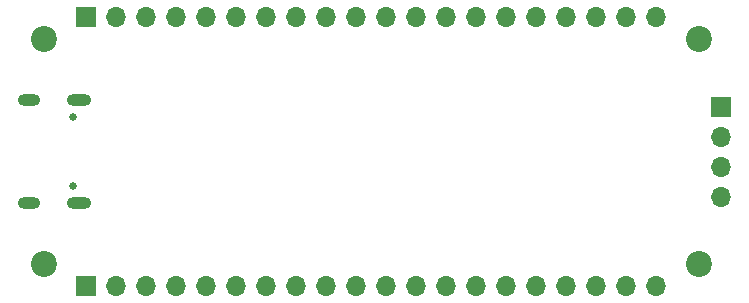
<source format=gbs>
%TF.GenerationSoftware,KiCad,Pcbnew,7.0.10*%
%TF.CreationDate,2024-01-30T20:43:06+08:00*%
%TF.ProjectId,UINIO-MCU-RP2040,55494e49-4f2d-44d4-9355-2d5250323034,Version 1.0.0*%
%TF.SameCoordinates,PX73394ecPY5396ed0*%
%TF.FileFunction,Soldermask,Bot*%
%TF.FilePolarity,Negative*%
%FSLAX46Y46*%
G04 Gerber Fmt 4.6, Leading zero omitted, Abs format (unit mm)*
G04 Created by KiCad (PCBNEW 7.0.10) date 2024-01-30 20:43:06*
%MOMM*%
%LPD*%
G01*
G04 APERTURE LIST*
%ADD10C,0.650000*%
%ADD11O,2.100000X1.000000*%
%ADD12O,1.900000X1.000000*%
%ADD13R,1.700000X1.700000*%
%ADD14O,1.700000X1.700000*%
%ADD15C,2.200000*%
G04 APERTURE END LIST*
D10*
%TO.C,USB1*%
X639000Y-9800000D03*
X639000Y-15580000D03*
D11*
X1139000Y-8365000D03*
X1139000Y-17015000D03*
D12*
X-3061000Y-8365000D03*
X-3061000Y-17015000D03*
%TD*%
D13*
%TO.C,J3*%
X55550000Y-8895000D03*
D14*
X55550000Y-11435000D03*
X55550000Y-13975000D03*
X55550000Y-16515000D03*
%TD*%
D13*
%TO.C,J2*%
X1800000Y-1340000D03*
D14*
X4340000Y-1340000D03*
X6880000Y-1340000D03*
X9420000Y-1340000D03*
X11960000Y-1340000D03*
X14500000Y-1340000D03*
X17040000Y-1340000D03*
X19580000Y-1340000D03*
X22120000Y-1340000D03*
X24660000Y-1340000D03*
X27200000Y-1340000D03*
X29740000Y-1340000D03*
X32280000Y-1340000D03*
X34820000Y-1340000D03*
X37360000Y-1340000D03*
X39900000Y-1340000D03*
X42440000Y-1340000D03*
X44980000Y-1340000D03*
X47520000Y-1340000D03*
X50060000Y-1340000D03*
%TD*%
D15*
%TO.C,HOLE\u002A\u002A*%
X-1780000Y-22230000D03*
%TD*%
%TO.C,HOLE\u002A\u002A*%
X-1780000Y-3160000D03*
%TD*%
%TO.C,HOLE\u002A\u002A*%
X53630000Y-3160000D03*
%TD*%
D13*
%TO.C,J1*%
X1800000Y-24060000D03*
D14*
X4340000Y-24060000D03*
X6880000Y-24060000D03*
X9420000Y-24060000D03*
X11960000Y-24060000D03*
X14500000Y-24060000D03*
X17040000Y-24060000D03*
X19580000Y-24060000D03*
X22120000Y-24060000D03*
X24660000Y-24060000D03*
X27200000Y-24060000D03*
X29740000Y-24060000D03*
X32280000Y-24060000D03*
X34820000Y-24060000D03*
X37360000Y-24060000D03*
X39900000Y-24060000D03*
X42440000Y-24060000D03*
X44980000Y-24060000D03*
X47520000Y-24060000D03*
X50060000Y-24060000D03*
%TD*%
D15*
%TO.C,HOLE\u002A\u002A*%
X53630000Y-22240000D03*
%TD*%
M02*

</source>
